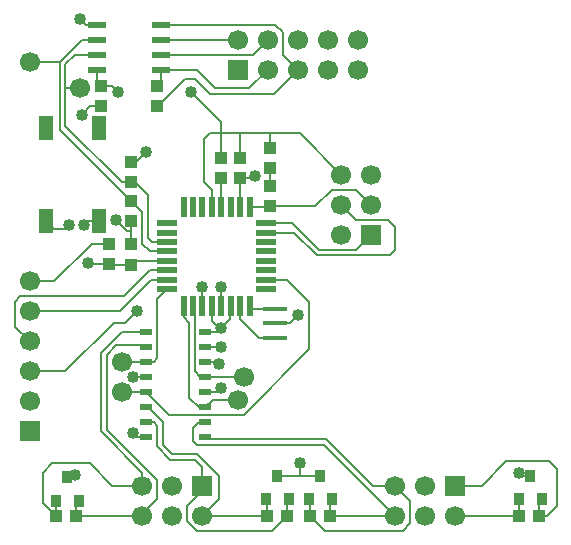
<source format=gtl>
G04 DipTrace 3.0.0.1*
G04 drive-encoder-steven-version2.GTL*
%MOIN*%
G04 #@! TF.FileFunction,Copper,L1,Top*
G04 #@! TF.Part,Single*
G04 #@! TA.AperFunction,Conductor*
%ADD14C,0.008*%
%ADD17R,0.03937X0.043307*%
%ADD18R,0.033465X0.03937*%
G04 #@! TA.AperFunction,ComponentPad*
%ADD19R,0.066929X0.066929*%
%ADD20C,0.066929*%
%ADD21R,0.043307X0.03937*%
%ADD22R,0.051181X0.07874*%
%ADD24R,0.019685X0.066929*%
%ADD25R,0.066929X0.019685*%
%ADD26R,0.061024X0.023622*%
%ADD29R,0.043307X0.020079*%
%ADD30R,0.07874X0.015748*%
G04 #@! TA.AperFunction,ViaPad*
%ADD31C,0.04*%
%FSLAX26Y26*%
G04*
G70*
G90*
G75*
G01*
G04 Top*
%LPD*%
X863067Y1056598D2*
D14*
X888080D1*
X900571Y1069089D1*
Y1266835D1*
X932962Y1299226D1*
X781808Y1056588D2*
X863056D1*
X863067Y1056598D1*
Y956598D2*
X938096Y881570D1*
X1188101D1*
X1406874Y1100343D1*
Y1256609D1*
X1331866Y1331617D1*
X1264566D1*
X1263671Y1330722D1*
X781808Y956577D2*
X863046D1*
X863067Y956598D1*
X1059917Y906598D2*
X1038059D1*
X1006832Y937825D1*
Y1187852D1*
X988080Y1206604D1*
Y1244108D1*
X1169349Y931575D2*
X1084894D1*
X1059917Y906598D1*
Y1006598D2*
X1044077D1*
X1025584Y1025092D1*
Y1244108D1*
X1019576D1*
X1188101Y1006583D2*
X1059933D1*
X1059917Y1006598D1*
X932962Y1393714D2*
X825188D1*
X813080Y1381606D1*
X739902D1*
X738080Y1383428D1*
X673741D1*
X669297Y1387873D1*
X606790Y1512886D2*
Y1500385D1*
X554638D1*
X529635Y1525387D1*
X1113080Y1669108D2*
Y1575801D1*
X1114064Y1574816D1*
X738080Y1450357D2*
X681776D1*
X556676Y1325257D1*
X475238D1*
X706801Y1525387D2*
X669297D1*
X656795Y1512886D1*
X700550Y2181690D2*
X663062D1*
X644294Y2200458D1*
X2144349Y677374D2*
X2117373D1*
X2106948Y687799D1*
X1444276Y678343D2*
X1376454D1*
X1301486D1*
X1300517Y677374D1*
X1376454Y678343D2*
Y719052D1*
X600437Y672092D2*
X616085D1*
X625542Y681549D1*
X863067Y806598D2*
X831777D1*
X819312Y819063D1*
X1059917Y956598D2*
X1100613D1*
X1113093Y969079D1*
X1114064Y1244108D2*
Y1306614D1*
X1051072Y1244108D2*
X1050587Y1307100D1*
X1294362Y1185091D2*
X1341606D1*
X1369370Y1212854D1*
X713051Y1908505D2*
X677375D1*
X650545Y1881675D1*
X1082568Y1574816D2*
Y1630920D1*
X1056837Y1656651D1*
Y1800416D1*
X1075589Y1819168D1*
X1113080D1*
X1175579D1*
X1275579D1*
Y1769108D1*
X1175579Y1736037D2*
Y1819168D1*
X1113080Y1736037D2*
Y1819168D1*
Y1856685D1*
X1013083Y1956682D1*
X1275579Y1819168D2*
X1375518D1*
X1513089Y1681597D1*
X913148Y2181690D2*
X1294378D1*
X1319365Y2156703D1*
Y2081138D1*
X1369000Y2031503D1*
X900571Y1908505D2*
X902399D1*
X994331Y2000437D1*
X1025584D1*
X1075589Y1950432D1*
X1287929D1*
X1369000Y2031503D1*
X1263671Y1519698D2*
X1350056D1*
X1438127Y1431627D1*
X1563119D1*
X1613089Y1481597D1*
X1263671Y1488202D2*
X1356550D1*
X1431877Y1412875D1*
X1675652D1*
X1694404Y1431627D1*
Y1506635D1*
X1669402Y1531638D1*
X1563049D1*
X1513089Y1581597D1*
X1275579Y1702178D2*
Y1644108D1*
X629965Y544034D2*
Y586165D1*
X637839Y594039D1*
X850587Y544045D2*
Y550306D1*
X900571Y600290D1*
Y662797D1*
X731803Y831564D1*
Y1081591D1*
X763056Y1112844D1*
X856822D1*
X863067Y1106598D1*
X850587Y544045D2*
X629975D1*
X629965Y544034D1*
X563035D2*
Y594039D1*
X850587Y644045D2*
Y687778D1*
X713051Y825314D1*
Y1087841D1*
X781808Y1156598D1*
X863067D1*
X850587Y644045D2*
X750555D1*
X675547Y719052D1*
X550534D1*
X519281Y687799D1*
Y587789D1*
X563035Y544034D1*
X1264934Y544035D2*
Y597503D1*
X1263115Y599322D1*
X1050587Y544045D2*
X1106816Y600274D1*
Y675324D1*
X1031835Y750306D1*
X950576D1*
X919323Y781559D1*
Y856567D1*
X869291Y906598D1*
X863067D1*
X1050587Y544045D2*
X1264925D1*
X1264934Y544035D1*
X1331864D2*
Y593266D1*
X1337919Y599322D1*
X1050587Y644045D2*
Y706551D1*
X1025584Y731554D1*
X944325D1*
X900571Y775308D1*
Y844066D1*
X888038Y856598D1*
X863067D1*
X1050587Y644045D2*
Y625293D1*
X1000581Y575287D1*
Y525282D1*
X1031835Y494029D1*
X1281857D1*
X1331864Y544035D1*
X1475631Y544034D2*
Y594244D1*
X1481677Y600290D1*
X1694425Y544045D2*
X1694394D1*
X1456879Y781559D1*
X1031835D1*
X1019333Y794060D1*
Y837815D1*
X1038085Y856567D1*
X1059886D1*
X1059917Y856598D1*
X1694425Y544045D2*
X1475642D1*
X1475631Y544034D1*
X1408702D2*
Y598462D1*
X1406874Y600290D1*
X1694425Y644045D2*
X1619396D1*
X1463130Y800311D1*
X1066205D1*
X1059917Y806598D1*
X1694425Y644045D2*
X1744409Y594060D1*
Y519031D1*
X1719407Y494029D1*
X1458707D1*
X1408702Y544034D1*
X2106948D2*
Y599322D1*
X1106843Y1050337D2*
Y1056588D1*
X1059928D1*
X1059917Y1056598D1*
X1894425Y544045D2*
X2106937D1*
X2106948Y544034D1*
X2173877D2*
Y591448D1*
X2181751Y599322D1*
X1113093Y1106593D2*
X1059923D1*
X1059917Y1106598D1*
X1894425Y644045D2*
X1981934D1*
X2063193Y725303D1*
X2206958D1*
X2231961Y700301D1*
Y575287D1*
X2200707Y544034D1*
X2173877D1*
X932962Y1362218D2*
X874916D1*
X788059Y1275361D1*
X444273D1*
X425521Y1256609D1*
Y1174974D1*
X475238Y1125257D1*
X1208552Y1574816D2*
X1273217D1*
X1275579Y1577178D1*
X1613089Y1581597D2*
Y1581699D1*
X1563140Y1631648D1*
X1481882D1*
X1425626Y1575392D1*
X1277365D1*
X1275579Y1577178D1*
X813080Y1594108D2*
X813098D1*
X850566Y1556640D1*
Y1450379D1*
X875568Y1425377D1*
X932795D1*
X932962Y1425210D1*
X813080Y1594126D2*
X575537Y1831669D1*
Y2056693D1*
X650545Y2131701D1*
X700539D1*
X700550Y2131690D1*
X475526Y2056693D2*
X575537D1*
X913148Y2131690D2*
X1168812D1*
X1169000Y2131503D1*
X813080Y1656608D2*
X825606D1*
X869318Y1612896D1*
Y1469131D1*
X881819Y1456630D1*
X932886D1*
X932962Y1456706D1*
X813080Y1656608D2*
X781852D1*
X594289Y1844171D1*
Y1969184D1*
Y2050442D1*
X625537Y2081690D1*
X700550D1*
X644294Y1969184D2*
X594289D1*
X913148Y2081690D2*
X1219188D1*
X1269000Y2131503D1*
X932962Y1330722D2*
X880924D1*
X775558Y1225356D1*
X475336D1*
X475238Y1225257D1*
X1175579Y1669108D2*
X1175600D1*
Y1576273D1*
X1177056Y1574816D1*
X700550Y2031690D2*
Y1987936D1*
X713051Y1975434D1*
X750555D1*
X769307Y1956682D1*
X813080Y1723537D2*
X829942D1*
X863067Y1756661D1*
X813080Y1527178D2*
Y1493612D1*
Y1448535D1*
Y1493612D2*
X801083D1*
X763056Y1531638D1*
X1059917Y1156598D2*
X1100592D1*
X1113093Y1169100D1*
X1106843D1*
X1081840Y1194102D1*
Y1243379D1*
X1082568Y1244108D1*
X1113093Y1169100D2*
X1144346Y1200353D1*
Y1242894D1*
X1145560Y1244108D1*
X863067Y1006598D2*
X819328D1*
X1175579Y1669108D2*
X1219310D1*
X1225605Y1675403D1*
X475238Y1025257D2*
X594211D1*
X756806Y1187852D1*
X794310D1*
X831814Y1225356D1*
X913148Y2031690D2*
Y1988012D1*
X900571Y1975434D1*
X913148Y2031690D2*
X1031835D1*
X1094341Y1969184D1*
X1206681D1*
X1269000Y2031503D1*
X1294362Y1137846D2*
X1238106D1*
X1175600Y1200353D1*
Y1242651D1*
X1177056Y1244108D1*
X1294362Y1232335D2*
X1220325D1*
X1208552Y1244108D1*
D31*
X669297Y1387873D3*
X606790Y1512886D3*
X669297Y1387873D3*
X656795Y1512886D3*
X644294Y2200458D3*
X2106948Y687799D3*
X1376454Y719052D3*
X625542Y681549D3*
X819312Y819063D3*
X1113093Y969079D3*
X1114064Y1306614D3*
X1050587Y1307100D3*
X1369370Y1212854D3*
X650545Y1881675D3*
X1013083Y1956682D3*
X1106843Y1050337D3*
X1113093Y1106593D3*
X769307Y1956682D3*
X863067Y1756661D3*
X763056Y1531638D3*
X1113093Y1169100D3*
X819328Y1006598D3*
X1225605Y1675403D3*
X831814Y1225356D3*
D17*
X1113080Y1669108D3*
Y1736037D3*
X738080Y1450357D3*
Y1383428D3*
X1175579Y1669108D3*
Y1736037D3*
X713051Y1975434D3*
Y1908505D3*
X900571Y1975434D3*
Y1908505D3*
X1275579Y1769108D3*
Y1702178D3*
D18*
X563035Y594039D3*
X637839D3*
X600437Y672092D3*
X1263115Y599322D3*
X1337919D3*
X1300517Y677374D3*
X2106948Y599322D3*
X2181751D3*
X2144349Y677374D3*
X1406874Y600290D3*
X1481677D3*
X1444276Y678343D3*
D19*
X475238Y825257D3*
D20*
Y925257D3*
Y1025257D3*
Y1125257D3*
Y1225257D3*
Y1325257D3*
D19*
X1050587Y644045D3*
D20*
Y544045D3*
X950587Y644045D3*
Y544045D3*
X850587Y644045D3*
Y544045D3*
D19*
X1894425Y644045D3*
D20*
Y544045D3*
X1794425Y644045D3*
Y544045D3*
X1694425Y644045D3*
Y544045D3*
D19*
X1613089Y1481597D3*
D20*
X1513089D3*
X1613089Y1581597D3*
X1513089D3*
X1613089Y1681597D3*
X1513089D3*
D19*
X1169000Y2031503D3*
D20*
Y2131503D3*
X1269000Y2031503D3*
Y2131503D3*
X1369000Y2031503D3*
Y2131503D3*
X1469000Y2031503D3*
Y2131503D3*
X1569000Y2031503D3*
Y2131503D3*
X781808Y1056588D3*
Y956577D3*
X1169349Y931575D3*
X1188101Y1006583D3*
X475526Y2056693D3*
X644294Y1969184D3*
D17*
X813080Y1381606D3*
Y1448535D3*
X1275579Y1644108D3*
Y1577178D3*
X813080Y1594108D3*
Y1527178D3*
D21*
X2106948Y544034D3*
X2173877D3*
X1475631D3*
X1408702D3*
D17*
X813080Y1656608D3*
Y1723537D3*
D21*
X1331864Y544035D3*
X1264934D3*
X563035Y544034D3*
X629965D3*
D22*
X706801Y1525387D3*
Y1838379D3*
X529635D3*
Y1525387D3*
D24*
X988080Y1244108D3*
X1019576D3*
X1051072D3*
X1082568D3*
X1114064D3*
X1145560D3*
X1177056D3*
X1208552D3*
D25*
X1263671Y1299226D3*
Y1330722D3*
Y1362218D3*
Y1393714D3*
Y1425210D3*
Y1456706D3*
Y1488202D3*
Y1519698D3*
D24*
X1208552Y1574816D3*
X1177056D3*
X1145560D3*
X1114064D3*
X1082568D3*
X1051072D3*
X1019576D3*
X988080D3*
D25*
X932962Y1519698D3*
Y1488202D3*
Y1456706D3*
Y1425210D3*
Y1393714D3*
Y1362218D3*
Y1330722D3*
Y1299226D3*
D26*
X700550Y2031690D3*
Y2081690D3*
Y2131690D3*
Y2181690D3*
X913148D3*
Y2131690D3*
Y2081690D3*
Y2031690D3*
D29*
X863067Y1156598D3*
Y1106598D3*
Y1056598D3*
Y1006598D3*
Y956598D3*
Y906598D3*
Y856598D3*
Y806598D3*
X1059917D3*
Y856598D3*
Y906598D3*
Y956598D3*
Y1006598D3*
Y1056598D3*
Y1106598D3*
Y1156598D3*
D30*
X1294362Y1137846D3*
Y1185091D3*
Y1232335D3*
M02*

</source>
